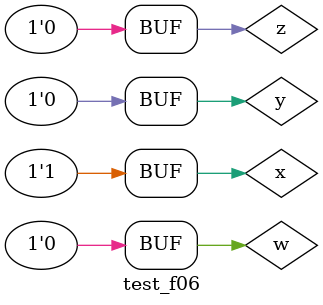
<source format=v>
/*
    -identificação: 

Guia_0606 - 07 / 09 / 2024

Nome: Davi Cândido de Almeida
Matricula: 857859
Código de Pessoa: 1527368

*/

// ----------- Expressão completa-------------- // 
module f06a ( output s, input x, input y, input w, input z );
    // definir dado local

     assign s = (x|y|w|z) & (x|y|w|~z) & (x|y|~w|z) & (x|y|~w|~z) & (x|~y|w|z) & (x|~y|w|~z) & (x|~y|~w|z) & (x|~y|~w|~z) & (~x|~y|~w|~z);

endmodule 

// ----------- Expressão simplificada pelo mapa de Veitch-Karnaugh-------------- // 
module sf06a ( output s, input x, input y, input w, input z );
    // definir dado local

  assign s = x & (~y|~w|~z) ;
endmodule 


module test_f06;
// ------------------------- definir dados
    reg x;
    reg y;
    reg w;
    reg z;

 wire a, aS;
 f06a moduloA ( a, x, y, w, z );
 sf06a moduloSA ( aS, x, y, w, z );

// ------------------------- parte principal
 initial
 begin : main
    $display("Guia_0606 - Davi Cândido - 857859");
    $display("Test module");
    $display("   x    y    w    z    a    Sa");
    // projetar testes do modulo
    $monitor("%4b %4b %4b %4b %4b %4b ", x, y, w, z, a, aS);
    x = 1'b0; y = 1'b0; w = 1'b0; z = 1'b0;
    #1 x = 1'b0; y = 1'b0; w = 1'b0; z = 1'b1;
    #1 x = 1'b0; y = 1'b0; w = 1'b1; z = 1'b1;
    #1 x = 1'b0; y = 1'b0; w = 1'b1; z = 1'b0;
    #1 x = 1'b0; y = 1'b1; w = 1'b1; z = 1'b0;
    #1 x = 1'b0; y = 1'b1; w = 1'b1; z = 1'b1;
    #1 x = 1'b0; y = 1'b1; w = 1'b0; z = 1'b1;
    #1 x = 1'b0; y = 1'b1; w = 1'b0; z = 1'b0;
    #1 x = 1'b1; y = 1'b1; w = 1'b0; z = 1'b0;
    #1 x = 1'b1; y = 1'b1; w = 1'b0; z = 1'b1;
    #1 x = 1'b1; y = 1'b1; w = 1'b1; z = 1'b1;
    #1 x = 1'b1; y = 1'b1; w = 1'b1; z = 1'b0;
    #1 x = 1'b1; y = 1'b0; w = 1'b1; z = 1'b0;
    #1 x = 1'b1; y = 1'b0; w = 1'b1; z = 1'b1;
    #1 x = 1'b1; y = 1'b0; w = 1'b0; z = 1'b1;
    #1 x = 1'b1; y = 1'b0; w = 1'b0; z = 1'b0;

 end
endmodule

/*
Guia_0606 - Davi Cândido - 857859
Test module
   x    y    w    z    a    Sa
   0    0    0    0    0    0 
   0    0    0    1    0    0 
   0    0    1    1    0    0 
   0    0    1    0    0    0 
   0    1    1    0    0    0 
   0    1    1    1    0    0 
   0    1    0    1    0    0 
   0    1    0    0    0    0 
   1    1    0    0    1    1 
   1    1    0    1    1    1 
   1    1    1    1    0    0 
   1    1    1    0    1    1 
   1    0    1    0    1    1 
   1    0    1    1    1    1 
   1    0    0    1    1    1 
   1    0    0    0    1    1
*/

/*
    -Notas:

Para compilar: iverilog -o Guia_0606.vvp Guia_0606.v
Para executar: vvp Guia_0606.vvp
*/


</source>
